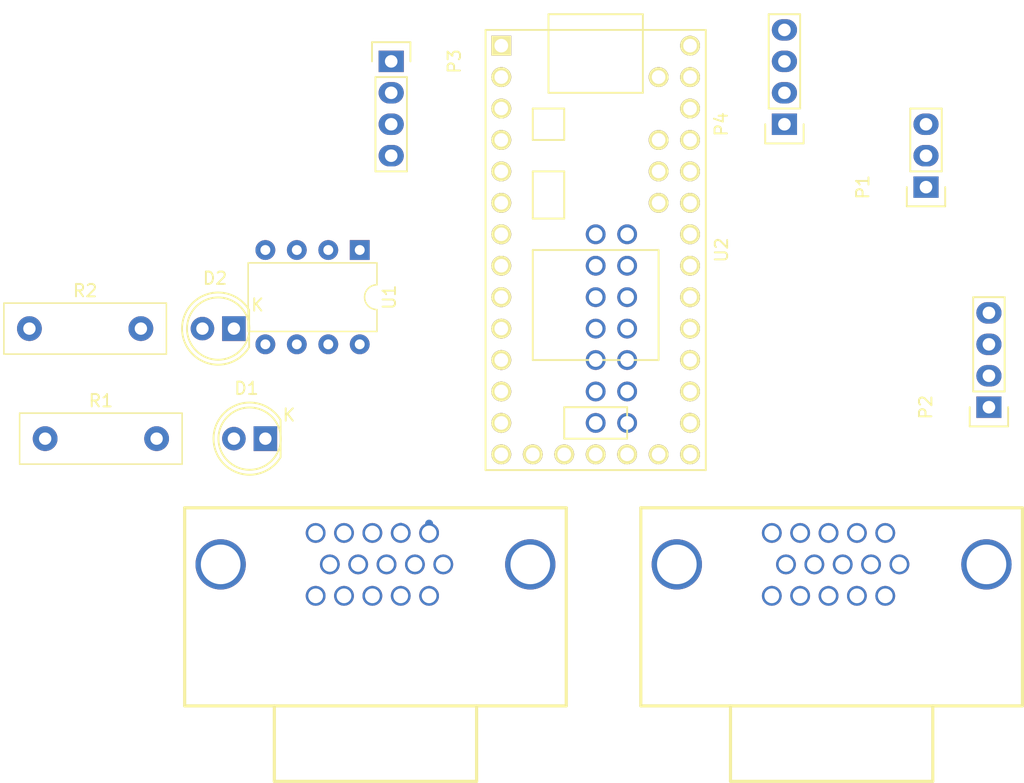
<source format=kicad_pcb>
(kicad_pcb (version 4) (host pcbnew 4.0.5)

  (general
    (links 49)
    (no_connects 49)
    (area 145.974999 81.206999 198.195001 168.983001)
    (thickness 1.6)
    (drawings 0)
    (tracks 4)
    (zones 0)
    (modules 12)
    (nets 68)
  )

  (page A4)
  (layers
    (0 F.Cu signal)
    (31 B.Cu signal)
    (32 B.Adhes user)
    (33 F.Adhes user)
    (34 B.Paste user)
    (35 F.Paste user)
    (36 B.SilkS user)
    (37 F.SilkS user)
    (38 B.Mask user)
    (39 F.Mask user)
    (40 Dwgs.User user)
    (41 Cmts.User user)
    (42 Eco1.User user)
    (43 Eco2.User user)
    (44 Edge.Cuts user)
    (45 Margin user)
    (46 B.CrtYd user)
    (47 F.CrtYd user)
    (48 B.Fab user)
    (49 F.Fab user)
  )

  (setup
    (last_trace_width 0.65)
    (trace_clearance 0.2)
    (zone_clearance 0.508)
    (zone_45_only no)
    (trace_min 0.2)
    (segment_width 0.2)
    (edge_width 0.15)
    (via_size 1)
    (via_drill 0.6)
    (via_min_size 0.4)
    (via_min_drill 0.3)
    (uvia_size 0.3)
    (uvia_drill 0.1)
    (uvias_allowed no)
    (uvia_min_size 0.2)
    (uvia_min_drill 0.1)
    (pcb_text_width 0.3)
    (pcb_text_size 1.5 1.5)
    (mod_edge_width 0.15)
    (mod_text_size 1 1)
    (mod_text_width 0.15)
    (pad_size 1.524 1.524)
    (pad_drill 0.762)
    (pad_to_mask_clearance 0.2)
    (aux_axis_origin 0 0)
    (visible_elements FFFFFF7F)
    (pcbplotparams
      (layerselection 0x01030_80000001)
      (usegerberextensions false)
      (excludeedgelayer true)
      (linewidth 0.100000)
      (plotframeref false)
      (viasonmask false)
      (mode 1)
      (useauxorigin false)
      (hpglpennumber 1)
      (hpglpenspeed 20)
      (hpglpendiameter 15)
      (hpglpenoverlay 2)
      (psnegative false)
      (psa4output false)
      (plotreference true)
      (plotvalue true)
      (plotinvisibletext false)
      (padsonsilk false)
      (subtractmaskfromsilk false)
      (outputformat 1)
      (mirror false)
      (drillshape 0)
      (scaleselection 1)
      (outputdirectory Gerber/))
  )

  (net 0 "")
  (net 1 GND)
  (net 2 "Net-(D1-Pad2)")
  (net 3 "Net-(D2-Pad2)")
  (net 4 "Net-(J1-Pad0)")
  (net 5 +12V)
  (net 6 +5V)
  (net 7 "Net-(J1-Pad11)")
  (net 8 "Net-(J1-Pad5)")
  (net 9 "Net-(J1-Pad4)")
  (net 10 "Net-(J1-Pad3)")
  (net 11 /CANH)
  (net 12 /CANL)
  (net 13 "Net-(J2-Pad0)")
  (net 14 "Net-(J2-Pad11)")
  (net 15 "Net-(J2-Pad5)")
  (net 16 "Net-(J2-Pad4)")
  (net 17 "Net-(J2-Pad3)")
  (net 18 /DIN)
  (net 19 /0A)
  (net 20 /0B)
  (net 21 /1A)
  (net 22 /1B)
  (net 23 /CAN_Tx)
  (net 24 "Net-(U1-Pad5)")
  (net 25 /CAN_Rx)
  (net 26 "Net-(U2-Pad17)")
  (net 27 "Net-(U2-Pad18)")
  (net 28 "Net-(U2-Pad19)")
  (net 29 "Net-(U2-Pad20)")
  (net 30 "Net-(U2-Pad16)")
  (net 31 "Net-(U2-Pad15)")
  (net 32 "Net-(U2-Pad21)")
  (net 33 "Net-(U2-Pad22)")
  (net 34 "Net-(U2-Pad23)")
  (net 35 "Net-(U2-Pad24)")
  (net 36 "Net-(U2-Pad27)")
  (net 37 "Net-(U2-Pad28)")
  (net 38 "Net-(U2-Pad29)")
  (net 39 "Net-(U2-Pad30)")
  (net 40 "Net-(U2-Pad31)")
  (net 41 "Net-(U2-Pad32)")
  (net 42 "Net-(U2-Pad34)")
  (net 43 "Net-(U2-Pad35)")
  (net 44 "Net-(U2-Pad36)")
  (net 45 "Net-(U2-Pad37)")
  (net 46 "Net-(U2-Pad13)")
  (net 47 "Net-(U2-Pad12)")
  (net 48 "Net-(R2-Pad1)")
  (net 49 "Net-(U2-Pad10)")
  (net 50 "Net-(U2-Pad9)")
  (net 51 "Net-(R1-Pad1)")
  (net 52 "Net-(U2-Pad7)")
  (net 53 "Net-(U2-Pad4)")
  (net 54 "Net-(U2-Pad38)")
  (net 55 "Net-(U2-Pad39)")
  (net 56 "Net-(U2-Pad40)")
  (net 57 "Net-(U2-Pad41)")
  (net 58 "Net-(U2-Pad42)")
  (net 59 "Net-(U2-Pad43)")
  (net 60 "Net-(U2-Pad44)")
  (net 61 "Net-(U2-Pad45)")
  (net 62 "Net-(U2-Pad46)")
  (net 63 "Net-(U2-Pad47)")
  (net 64 "Net-(U2-Pad48)")
  (net 65 "Net-(U2-Pad49)")
  (net 66 "Net-(U2-Pad50)")
  (net 67 "Net-(U2-Pad51)")

  (net_class Default "This is the default net class."
    (clearance 0.2)
    (trace_width 0.65)
    (via_dia 1)
    (via_drill 0.6)
    (uvia_dia 0.3)
    (uvia_drill 0.1)
    (add_net /0A)
    (add_net /0B)
    (add_net /1A)
    (add_net /1B)
    (add_net /CANH)
    (add_net /CANL)
    (add_net /CAN_Rx)
    (add_net /CAN_Tx)
    (add_net /DIN)
    (add_net "Net-(D1-Pad2)")
    (add_net "Net-(D2-Pad2)")
    (add_net "Net-(J1-Pad0)")
    (add_net "Net-(J1-Pad11)")
    (add_net "Net-(J1-Pad3)")
    (add_net "Net-(J1-Pad4)")
    (add_net "Net-(J1-Pad5)")
    (add_net "Net-(J2-Pad0)")
    (add_net "Net-(J2-Pad11)")
    (add_net "Net-(J2-Pad3)")
    (add_net "Net-(J2-Pad4)")
    (add_net "Net-(J2-Pad5)")
    (add_net "Net-(R1-Pad1)")
    (add_net "Net-(R2-Pad1)")
    (add_net "Net-(U1-Pad5)")
    (add_net "Net-(U2-Pad10)")
    (add_net "Net-(U2-Pad12)")
    (add_net "Net-(U2-Pad13)")
    (add_net "Net-(U2-Pad15)")
    (add_net "Net-(U2-Pad16)")
    (add_net "Net-(U2-Pad17)")
    (add_net "Net-(U2-Pad18)")
    (add_net "Net-(U2-Pad19)")
    (add_net "Net-(U2-Pad20)")
    (add_net "Net-(U2-Pad21)")
    (add_net "Net-(U2-Pad22)")
    (add_net "Net-(U2-Pad23)")
    (add_net "Net-(U2-Pad24)")
    (add_net "Net-(U2-Pad27)")
    (add_net "Net-(U2-Pad28)")
    (add_net "Net-(U2-Pad29)")
    (add_net "Net-(U2-Pad30)")
    (add_net "Net-(U2-Pad31)")
    (add_net "Net-(U2-Pad32)")
    (add_net "Net-(U2-Pad34)")
    (add_net "Net-(U2-Pad35)")
    (add_net "Net-(U2-Pad36)")
    (add_net "Net-(U2-Pad37)")
    (add_net "Net-(U2-Pad38)")
    (add_net "Net-(U2-Pad39)")
    (add_net "Net-(U2-Pad4)")
    (add_net "Net-(U2-Pad40)")
    (add_net "Net-(U2-Pad41)")
    (add_net "Net-(U2-Pad42)")
    (add_net "Net-(U2-Pad43)")
    (add_net "Net-(U2-Pad44)")
    (add_net "Net-(U2-Pad45)")
    (add_net "Net-(U2-Pad46)")
    (add_net "Net-(U2-Pad47)")
    (add_net "Net-(U2-Pad48)")
    (add_net "Net-(U2-Pad49)")
    (add_net "Net-(U2-Pad50)")
    (add_net "Net-(U2-Pad51)")
    (add_net "Net-(U2-Pad7)")
    (add_net "Net-(U2-Pad9)")
  )

  (net_class Power ""
    (clearance 0.2)
    (trace_width 1)
    (via_dia 1)
    (via_drill 0.6)
    (uvia_dia 0.3)
    (uvia_drill 0.1)
    (add_net +12V)
    (add_net +5V)
    (add_net GND)
  )

  (module conn-db15-SPC15430:conn_SPC15430 (layer F.Cu) (tedit 0) (tstamp 587A6F3F)
    (at 171.45 151.13 180)
    (path /5872B2DD)
    (fp_text reference J1 (at -8.6487 -6.9088 180) (layer F.SilkS) hide
      (effects (font (size 0.59944 0.59944) (thickness 0.0508)))
    )
    (fp_text value DB15_HighDensity_MountingHoles (at 6.858 -6.7945 180) (layer F.SilkS) hide
      (effects (font (size 0.59944 0.59944) (thickness 0.0508)))
    )
    (fp_line (start -8.1661 -17.526) (end -8.1661 -11.43) (layer F.SilkS) (width 0.254))
    (fp_line (start -8.1661 -17.526) (end 8.1661 -17.526) (layer F.SilkS) (width 0.254))
    (fp_line (start 8.1661 -17.526) (end 8.1661 -11.43) (layer F.SilkS) (width 0.254))
    (fp_line (start -15.4051 -11.43) (end 15.4051 -11.43) (layer F.SilkS) (width 0.254))
    (fp_line (start 15.4051 -11.43) (end 15.4051 4.572) (layer F.SilkS) (width 0.254))
    (fp_line (start 15.4051 4.572) (end -15.4051 4.572) (layer F.SilkS) (width 0.254))
    (fp_line (start -15.4051 -11.43) (end -15.4051 4.572) (layer F.SilkS) (width 0.254))
    (pad 0 thru_hole circle (at -12.49934 0 180) (size 4.064 4.064) (drill 3.2004) (layers *.Cu *.Mask)
      (net 4 "Net-(J1-Pad0)"))
    (pad 0 thru_hole circle (at 12.49934 0 180) (size 4.064 4.064) (drill 3.2004) (layers *.Cu *.Mask)
      (net 4 "Net-(J1-Pad0)"))
    (pad 15 thru_hole circle (at 4.83 -2.54 180) (size 1.6002 1.6002) (drill 1.19126) (layers *.Cu *.Mask)
      (net 5 +12V))
    (pad 10 thru_hole circle (at 3.685 0 180) (size 1.6002 1.6002) (drill 1.19126) (layers *.Cu *.Mask)
      (net 1 GND))
    (pad 14 thru_hole circle (at 2.54 -2.54 180) (size 1.6002 1.6002) (drill 1.19126) (layers *.Cu *.Mask)
      (net 5 +12V))
    (pad 13 thru_hole circle (at 0.25 -2.54 180) (size 1.6002 1.6002) (drill 1.19126) (layers *.Cu *.Mask)
      (net 6 +5V))
    (pad 12 thru_hole circle (at -2.04 -2.54 180) (size 1.6002 1.6002) (drill 1.19126) (layers *.Cu *.Mask)
      (net 6 +5V))
    (pad 11 thru_hole circle (at -4.33 -2.54 180) (size 1.6002 1.6002) (drill 1.19126) (layers *.Cu *.Mask)
      (net 7 "Net-(J1-Pad11)"))
    (pad 9 thru_hole circle (at 1.395 0 180) (size 1.6002 1.6002) (drill 1.19126) (layers *.Cu *.Mask)
      (net 1 GND))
    (pad 8 thru_hole circle (at -0.895 0 180) (size 1.6002 1.6002) (drill 1.19126) (layers *.Cu *.Mask)
      (net 1 GND))
    (pad 7 thru_hole circle (at -3.185 0 180) (size 1.6002 1.6002) (drill 1.19126) (layers *.Cu *.Mask)
      (net 1 GND))
    (pad 6 thru_hole circle (at -5.475 0 180) (size 1.6002 1.6002) (drill 1.2) (layers *.Cu *.Mask)
      (net 1 GND))
    (pad 5 thru_hole circle (at 4.83 2.54 180) (size 1.6002 1.6002) (drill 1.19126) (layers *.Cu *.Mask)
      (net 8 "Net-(J1-Pad5)"))
    (pad 4 thru_hole circle (at 2.54 2.54 180) (size 1.6002 1.6002) (drill 1.19126) (layers *.Cu *.Mask)
      (net 9 "Net-(J1-Pad4)"))
    (pad 3 thru_hole circle (at 0.25 2.54 180) (size 1.6002 1.6002) (drill 1.19126) (layers *.Cu *.Mask)
      (net 10 "Net-(J1-Pad3)"))
    (pad 2 thru_hole circle (at -2.04 2.54 180) (size 1.6002 1.6002) (drill 1.19126) (layers *.Cu *.Mask)
      (net 12 /CANL))
    (pad 1 thru_hole circle (at -4.33 2.54 180) (size 1.6002 1.6002) (drill 1.19126) (layers *.Cu *.Mask)
      (net 11 /CANH))
    (model conn_spc15430.wrl
      (at (xyz 0 0 0))
      (scale (xyz 1 1 1))
      (rotate (xyz 0 0 0))
    )
  )

  (module LEDs:LED-5MM (layer F.Cu) (tedit 5570F7EA) (tstamp 587A6F24)
    (at 162.56 140.97 180)
    (descr "LED 5mm round vertical")
    (tags "LED 5mm round vertical")
    (path /5872B42E)
    (fp_text reference D1 (at 1.524 4.064 180) (layer F.SilkS)
      (effects (font (size 1 1) (thickness 0.15)))
    )
    (fp_text value LED (at 1.524 -3.937 180) (layer F.Fab)
      (effects (font (size 1 1) (thickness 0.15)))
    )
    (fp_line (start -1.5 -1.55) (end -1.5 1.55) (layer F.CrtYd) (width 0.05))
    (fp_arc (start 1.3 0) (end -1.5 1.55) (angle -302) (layer F.CrtYd) (width 0.05))
    (fp_arc (start 1.27 0) (end -1.23 -1.5) (angle 297.5) (layer F.SilkS) (width 0.15))
    (fp_line (start -1.23 1.5) (end -1.23 -1.5) (layer F.SilkS) (width 0.15))
    (fp_circle (center 1.27 0) (end 0.97 -2.5) (layer F.SilkS) (width 0.15))
    (fp_text user K (at -1.905 1.905 180) (layer F.SilkS)
      (effects (font (size 1 1) (thickness 0.15)))
    )
    (pad 1 thru_hole rect (at 0 0 270) (size 2 1.9) (drill 1.00076) (layers *.Cu *.Mask)
      (net 1 GND))
    (pad 2 thru_hole circle (at 2.54 0 180) (size 1.9 1.9) (drill 1.00076) (layers *.Cu *.Mask)
      (net 2 "Net-(D1-Pad2)"))
    (model LEDs.3dshapes/LED-5MM.wrl
      (at (xyz 0.05 0 0))
      (scale (xyz 1 1 1))
      (rotate (xyz 0 0 90))
    )
  )

  (module LEDs:LED-5MM (layer F.Cu) (tedit 5570F7EA) (tstamp 587A6F2A)
    (at 160.02 132.08 180)
    (descr "LED 5mm round vertical")
    (tags "LED 5mm round vertical")
    (path /5872BACA)
    (fp_text reference D2 (at 1.524 4.064 180) (layer F.SilkS)
      (effects (font (size 1 1) (thickness 0.15)))
    )
    (fp_text value LED (at 1.524 -3.937 180) (layer F.Fab)
      (effects (font (size 1 1) (thickness 0.15)))
    )
    (fp_line (start -1.5 -1.55) (end -1.5 1.55) (layer F.CrtYd) (width 0.05))
    (fp_arc (start 1.3 0) (end -1.5 1.55) (angle -302) (layer F.CrtYd) (width 0.05))
    (fp_arc (start 1.27 0) (end -1.23 -1.5) (angle 297.5) (layer F.SilkS) (width 0.15))
    (fp_line (start -1.23 1.5) (end -1.23 -1.5) (layer F.SilkS) (width 0.15))
    (fp_circle (center 1.27 0) (end 0.97 -2.5) (layer F.SilkS) (width 0.15))
    (fp_text user K (at -1.905 1.905 180) (layer F.SilkS)
      (effects (font (size 1 1) (thickness 0.15)))
    )
    (pad 1 thru_hole rect (at 0 0 270) (size 2 1.9) (drill 1.00076) (layers *.Cu *.Mask)
      (net 1 GND))
    (pad 2 thru_hole circle (at 2.54 0 180) (size 1.9 1.9) (drill 1.00076) (layers *.Cu *.Mask)
      (net 3 "Net-(D2-Pad2)"))
    (model LEDs.3dshapes/LED-5MM.wrl
      (at (xyz 0.05 0 0))
      (scale (xyz 1 1 1))
      (rotate (xyz 0 0 90))
    )
  )

  (module conn-db15-SPC15430:conn_SPC15430 (layer F.Cu) (tedit 0) (tstamp 587A6F54)
    (at 208.28 151.13 180)
    (path /5872D75A)
    (fp_text reference J2 (at -8.6487 -6.9088 180) (layer F.SilkS) hide
      (effects (font (size 0.59944 0.59944) (thickness 0.0508)))
    )
    (fp_text value DB15_HighDensity_MountingHoles (at 6.858 -6.7945 180) (layer F.SilkS) hide
      (effects (font (size 0.59944 0.59944) (thickness 0.0508)))
    )
    (fp_line (start -8.1661 -17.526) (end -8.1661 -11.43) (layer F.SilkS) (width 0.254))
    (fp_line (start -8.1661 -17.526) (end 8.1661 -17.526) (layer F.SilkS) (width 0.254))
    (fp_line (start 8.1661 -17.526) (end 8.1661 -11.43) (layer F.SilkS) (width 0.254))
    (fp_line (start -15.4051 -11.43) (end 15.4051 -11.43) (layer F.SilkS) (width 0.254))
    (fp_line (start 15.4051 -11.43) (end 15.4051 4.572) (layer F.SilkS) (width 0.254))
    (fp_line (start 15.4051 4.572) (end -15.4051 4.572) (layer F.SilkS) (width 0.254))
    (fp_line (start -15.4051 -11.43) (end -15.4051 4.572) (layer F.SilkS) (width 0.254))
    (pad 0 thru_hole circle (at -12.49934 0 180) (size 4.064 4.064) (drill 3.2004) (layers *.Cu *.Mask)
      (net 13 "Net-(J2-Pad0)"))
    (pad 0 thru_hole circle (at 12.49934 0 180) (size 4.064 4.064) (drill 3.2004) (layers *.Cu *.Mask)
      (net 13 "Net-(J2-Pad0)"))
    (pad 15 thru_hole circle (at 4.83 -2.54 180) (size 1.6002 1.6002) (drill 1.19126) (layers *.Cu *.Mask)
      (net 5 +12V))
    (pad 10 thru_hole circle (at 3.685 0 180) (size 1.6002 1.6002) (drill 1.19126) (layers *.Cu *.Mask)
      (net 1 GND))
    (pad 14 thru_hole circle (at 2.54 -2.54 180) (size 1.6002 1.6002) (drill 1.19126) (layers *.Cu *.Mask)
      (net 5 +12V))
    (pad 13 thru_hole circle (at 0.25 -2.54 180) (size 1.6002 1.6002) (drill 1.19126) (layers *.Cu *.Mask)
      (net 6 +5V))
    (pad 12 thru_hole circle (at -2.04 -2.54 180) (size 1.6002 1.6002) (drill 1.19126) (layers *.Cu *.Mask)
      (net 6 +5V))
    (pad 11 thru_hole circle (at -4.33 -2.54 180) (size 1.6002 1.6002) (drill 1.19126) (layers *.Cu *.Mask)
      (net 14 "Net-(J2-Pad11)"))
    (pad 9 thru_hole circle (at 1.395 0 180) (size 1.6002 1.6002) (drill 1.19126) (layers *.Cu *.Mask)
      (net 1 GND))
    (pad 8 thru_hole circle (at -0.895 0 180) (size 1.6002 1.6002) (drill 1.19126) (layers *.Cu *.Mask)
      (net 1 GND))
    (pad 7 thru_hole circle (at -3.185 0 180) (size 1.6002 1.6002) (drill 1.19126) (layers *.Cu *.Mask)
      (net 1 GND))
    (pad 6 thru_hole circle (at -5.475 0 180) (size 1.6002 1.6002) (drill 1.2) (layers *.Cu *.Mask)
      (net 1 GND))
    (pad 5 thru_hole circle (at 4.83 2.54 180) (size 1.6002 1.6002) (drill 1.19126) (layers *.Cu *.Mask)
      (net 15 "Net-(J2-Pad5)"))
    (pad 4 thru_hole circle (at 2.54 2.54 180) (size 1.6002 1.6002) (drill 1.19126) (layers *.Cu *.Mask)
      (net 16 "Net-(J2-Pad4)"))
    (pad 3 thru_hole circle (at 0.25 2.54 180) (size 1.6002 1.6002) (drill 1.19126) (layers *.Cu *.Mask)
      (net 17 "Net-(J2-Pad3)"))
    (pad 2 thru_hole circle (at -2.04 2.54 180) (size 1.6002 1.6002) (drill 1.19126) (layers *.Cu *.Mask)
      (net 11 /CANH))
    (pad 1 thru_hole circle (at -4.33 2.54 180) (size 1.6002 1.6002) (drill 1.19126) (layers *.Cu *.Mask)
      (net 12 /CANL))
    (model conn_spc15430.wrl
      (at (xyz 0 0 0))
      (scale (xyz 1 1 1))
      (rotate (xyz 0 0 0))
    )
  )

  (module Socket_Strips:Socket_Strip_Straight_1x03 (layer F.Cu) (tedit 54E9F429) (tstamp 587A6F5B)
    (at 215.9 120.65 90)
    (descr "Through hole socket strip")
    (tags "socket strip")
    (path /58798A7D)
    (fp_text reference P1 (at 0 -5.1 90) (layer F.SilkS)
      (effects (font (size 1 1) (thickness 0.15)))
    )
    (fp_text value CONN_01X03 (at 0 -3.1 90) (layer F.Fab)
      (effects (font (size 1 1) (thickness 0.15)))
    )
    (fp_line (start 0 -1.55) (end -1.55 -1.55) (layer F.SilkS) (width 0.15))
    (fp_line (start -1.55 -1.55) (end -1.55 1.55) (layer F.SilkS) (width 0.15))
    (fp_line (start -1.55 1.55) (end 0 1.55) (layer F.SilkS) (width 0.15))
    (fp_line (start -1.75 -1.75) (end -1.75 1.75) (layer F.CrtYd) (width 0.05))
    (fp_line (start 6.85 -1.75) (end 6.85 1.75) (layer F.CrtYd) (width 0.05))
    (fp_line (start -1.75 -1.75) (end 6.85 -1.75) (layer F.CrtYd) (width 0.05))
    (fp_line (start -1.75 1.75) (end 6.85 1.75) (layer F.CrtYd) (width 0.05))
    (fp_line (start 1.27 -1.27) (end 6.35 -1.27) (layer F.SilkS) (width 0.15))
    (fp_line (start 6.35 -1.27) (end 6.35 1.27) (layer F.SilkS) (width 0.15))
    (fp_line (start 6.35 1.27) (end 1.27 1.27) (layer F.SilkS) (width 0.15))
    (fp_line (start 1.27 1.27) (end 1.27 -1.27) (layer F.SilkS) (width 0.15))
    (pad 1 thru_hole rect (at 0 0 90) (size 1.7272 2.032) (drill 1.016) (layers *.Cu *.Mask)
      (net 1 GND))
    (pad 2 thru_hole oval (at 2.54 0 90) (size 1.7272 2.032) (drill 1.016) (layers *.Cu *.Mask)
      (net 18 /DIN))
    (pad 3 thru_hole oval (at 5.08 0 90) (size 1.7272 2.032) (drill 1.016) (layers *.Cu *.Mask)
      (net 6 +5V))
    (model Socket_Strips.3dshapes/Socket_Strip_Straight_1x03.wrl
      (at (xyz 0.1 0 0))
      (scale (xyz 1 1 1))
      (rotate (xyz 0 0 180))
    )
  )

  (module Socket_Strips:Socket_Strip_Straight_1x04 (layer F.Cu) (tedit 0) (tstamp 587A6F63)
    (at 220.98 138.43 90)
    (descr "Through hole socket strip")
    (tags "socket strip")
    (path /587A8A18)
    (fp_text reference P2 (at 0 -5.1 90) (layer F.SilkS)
      (effects (font (size 1 1) (thickness 0.15)))
    )
    (fp_text value CONN_01X04 (at 0 -3.1 90) (layer F.Fab)
      (effects (font (size 1 1) (thickness 0.15)))
    )
    (fp_line (start -1.75 -1.75) (end -1.75 1.75) (layer F.CrtYd) (width 0.05))
    (fp_line (start 9.4 -1.75) (end 9.4 1.75) (layer F.CrtYd) (width 0.05))
    (fp_line (start -1.75 -1.75) (end 9.4 -1.75) (layer F.CrtYd) (width 0.05))
    (fp_line (start -1.75 1.75) (end 9.4 1.75) (layer F.CrtYd) (width 0.05))
    (fp_line (start 1.27 -1.27) (end 8.89 -1.27) (layer F.SilkS) (width 0.15))
    (fp_line (start 1.27 1.27) (end 8.89 1.27) (layer F.SilkS) (width 0.15))
    (fp_line (start -1.55 1.55) (end 0 1.55) (layer F.SilkS) (width 0.15))
    (fp_line (start 8.89 -1.27) (end 8.89 1.27) (layer F.SilkS) (width 0.15))
    (fp_line (start 1.27 1.27) (end 1.27 -1.27) (layer F.SilkS) (width 0.15))
    (fp_line (start 0 -1.55) (end -1.55 -1.55) (layer F.SilkS) (width 0.15))
    (fp_line (start -1.55 -1.55) (end -1.55 1.55) (layer F.SilkS) (width 0.15))
    (pad 1 thru_hole rect (at 0 0 90) (size 1.7272 2.032) (drill 1.016) (layers *.Cu *.Mask)
      (net 5 +12V))
    (pad 2 thru_hole oval (at 2.54 0 90) (size 1.7272 2.032) (drill 1.016) (layers *.Cu *.Mask)
      (net 1 GND))
    (pad 3 thru_hole oval (at 5.08 0 90) (size 1.7272 2.032) (drill 1.016) (layers *.Cu *.Mask)
      (net 1 GND))
    (pad 4 thru_hole oval (at 7.62 0 90) (size 1.7272 2.032) (drill 1.016) (layers *.Cu *.Mask)
      (net 6 +5V))
    (model Socket_Strips.3dshapes/Socket_Strip_Straight_1x04.wrl
      (at (xyz 0.15 0 0))
      (scale (xyz 1 1 1))
      (rotate (xyz 0 0 180))
    )
  )

  (module Socket_Strips:Socket_Strip_Straight_1x04 (layer F.Cu) (tedit 0) (tstamp 587A6F6B)
    (at 172.72 110.49 270)
    (descr "Through hole socket strip")
    (tags "socket strip")
    (path /587A6865)
    (fp_text reference P3 (at 0 -5.1 270) (layer F.SilkS)
      (effects (font (size 1 1) (thickness 0.15)))
    )
    (fp_text value CONN_01X04 (at 0 -3.1 270) (layer F.Fab)
      (effects (font (size 1 1) (thickness 0.15)))
    )
    (fp_line (start -1.75 -1.75) (end -1.75 1.75) (layer F.CrtYd) (width 0.05))
    (fp_line (start 9.4 -1.75) (end 9.4 1.75) (layer F.CrtYd) (width 0.05))
    (fp_line (start -1.75 -1.75) (end 9.4 -1.75) (layer F.CrtYd) (width 0.05))
    (fp_line (start -1.75 1.75) (end 9.4 1.75) (layer F.CrtYd) (width 0.05))
    (fp_line (start 1.27 -1.27) (end 8.89 -1.27) (layer F.SilkS) (width 0.15))
    (fp_line (start 1.27 1.27) (end 8.89 1.27) (layer F.SilkS) (width 0.15))
    (fp_line (start -1.55 1.55) (end 0 1.55) (layer F.SilkS) (width 0.15))
    (fp_line (start 8.89 -1.27) (end 8.89 1.27) (layer F.SilkS) (width 0.15))
    (fp_line (start 1.27 1.27) (end 1.27 -1.27) (layer F.SilkS) (width 0.15))
    (fp_line (start 0 -1.55) (end -1.55 -1.55) (layer F.SilkS) (width 0.15))
    (fp_line (start -1.55 -1.55) (end -1.55 1.55) (layer F.SilkS) (width 0.15))
    (pad 1 thru_hole rect (at 0 0 270) (size 1.7272 2.032) (drill 1.016) (layers *.Cu *.Mask)
      (net 20 /0B))
    (pad 2 thru_hole oval (at 2.54 0 270) (size 1.7272 2.032) (drill 1.016) (layers *.Cu *.Mask)
      (net 19 /0A))
    (pad 3 thru_hole oval (at 5.08 0 270) (size 1.7272 2.032) (drill 1.016) (layers *.Cu *.Mask)
      (net 1 GND))
    (pad 4 thru_hole oval (at 7.62 0 270) (size 1.7272 2.032) (drill 1.016) (layers *.Cu *.Mask)
      (net 6 +5V))
    (model Socket_Strips.3dshapes/Socket_Strip_Straight_1x04.wrl
      (at (xyz 0.15 0 0))
      (scale (xyz 1 1 1))
      (rotate (xyz 0 0 180))
    )
  )

  (module Socket_Strips:Socket_Strip_Straight_1x04 (layer F.Cu) (tedit 0) (tstamp 587A6F73)
    (at 204.47 115.57 90)
    (descr "Through hole socket strip")
    (tags "socket strip")
    (path /587A695F)
    (fp_text reference P4 (at 0 -5.1 90) (layer F.SilkS)
      (effects (font (size 1 1) (thickness 0.15)))
    )
    (fp_text value CONN_01X04 (at 0 -3.1 90) (layer F.Fab)
      (effects (font (size 1 1) (thickness 0.15)))
    )
    (fp_line (start -1.75 -1.75) (end -1.75 1.75) (layer F.CrtYd) (width 0.05))
    (fp_line (start 9.4 -1.75) (end 9.4 1.75) (layer F.CrtYd) (width 0.05))
    (fp_line (start -1.75 -1.75) (end 9.4 -1.75) (layer F.CrtYd) (width 0.05))
    (fp_line (start -1.75 1.75) (end 9.4 1.75) (layer F.CrtYd) (width 0.05))
    (fp_line (start 1.27 -1.27) (end 8.89 -1.27) (layer F.SilkS) (width 0.15))
    (fp_line (start 1.27 1.27) (end 8.89 1.27) (layer F.SilkS) (width 0.15))
    (fp_line (start -1.55 1.55) (end 0 1.55) (layer F.SilkS) (width 0.15))
    (fp_line (start 8.89 -1.27) (end 8.89 1.27) (layer F.SilkS) (width 0.15))
    (fp_line (start 1.27 1.27) (end 1.27 -1.27) (layer F.SilkS) (width 0.15))
    (fp_line (start 0 -1.55) (end -1.55 -1.55) (layer F.SilkS) (width 0.15))
    (fp_line (start -1.55 -1.55) (end -1.55 1.55) (layer F.SilkS) (width 0.15))
    (pad 1 thru_hole rect (at 0 0 90) (size 1.7272 2.032) (drill 1.016) (layers *.Cu *.Mask)
      (net 21 /1A))
    (pad 2 thru_hole oval (at 2.54 0 90) (size 1.7272 2.032) (drill 1.016) (layers *.Cu *.Mask)
      (net 22 /1B))
    (pad 3 thru_hole oval (at 5.08 0 90) (size 1.7272 2.032) (drill 1.016) (layers *.Cu *.Mask)
      (net 1 GND))
    (pad 4 thru_hole oval (at 7.62 0 90) (size 1.7272 2.032) (drill 1.016) (layers *.Cu *.Mask)
      (net 6 +5V))
    (model Socket_Strips.3dshapes/Socket_Strip_Straight_1x04.wrl
      (at (xyz 0.15 0 0))
      (scale (xyz 1 1 1))
      (rotate (xyz 0 0 180))
    )
  )

  (module Housings_DIP:DIP-8_W7.62mm (layer F.Cu) (tedit 586281B4) (tstamp 587A6F7F)
    (at 170.18 125.73 270)
    (descr "8-lead dip package, row spacing 7.62 mm (300 mils)")
    (tags "DIL DIP PDIP 2.54mm 7.62mm 300mil")
    (path /5872AEBC)
    (fp_text reference U1 (at 3.81 -2.39 270) (layer F.SilkS)
      (effects (font (size 1 1) (thickness 0.15)))
    )
    (fp_text value MCP2551-I/P (at 3.81 10.01 270) (layer F.Fab)
      (effects (font (size 1 1) (thickness 0.15)))
    )
    (fp_arc (start 3.81 -1.39) (end 2.81 -1.39) (angle -180) (layer F.SilkS) (width 0.12))
    (fp_line (start 1.635 -1.27) (end 6.985 -1.27) (layer F.Fab) (width 0.1))
    (fp_line (start 6.985 -1.27) (end 6.985 8.89) (layer F.Fab) (width 0.1))
    (fp_line (start 6.985 8.89) (end 0.635 8.89) (layer F.Fab) (width 0.1))
    (fp_line (start 0.635 8.89) (end 0.635 -0.27) (layer F.Fab) (width 0.1))
    (fp_line (start 0.635 -0.27) (end 1.635 -1.27) (layer F.Fab) (width 0.1))
    (fp_line (start 2.81 -1.39) (end 1.04 -1.39) (layer F.SilkS) (width 0.12))
    (fp_line (start 1.04 -1.39) (end 1.04 9.01) (layer F.SilkS) (width 0.12))
    (fp_line (start 1.04 9.01) (end 6.58 9.01) (layer F.SilkS) (width 0.12))
    (fp_line (start 6.58 9.01) (end 6.58 -1.39) (layer F.SilkS) (width 0.12))
    (fp_line (start 6.58 -1.39) (end 4.81 -1.39) (layer F.SilkS) (width 0.12))
    (fp_line (start -1.1 -1.6) (end -1.1 9.2) (layer F.CrtYd) (width 0.05))
    (fp_line (start -1.1 9.2) (end 8.7 9.2) (layer F.CrtYd) (width 0.05))
    (fp_line (start 8.7 9.2) (end 8.7 -1.6) (layer F.CrtYd) (width 0.05))
    (fp_line (start 8.7 -1.6) (end -1.1 -1.6) (layer F.CrtYd) (width 0.05))
    (pad 1 thru_hole rect (at 0 0 270) (size 1.6 1.6) (drill 0.8) (layers *.Cu *.Mask)
      (net 23 /CAN_Tx))
    (pad 5 thru_hole oval (at 7.62 7.62 270) (size 1.6 1.6) (drill 0.8) (layers *.Cu *.Mask)
      (net 24 "Net-(U1-Pad5)"))
    (pad 2 thru_hole oval (at 0 2.54 270) (size 1.6 1.6) (drill 0.8) (layers *.Cu *.Mask)
      (net 1 GND))
    (pad 6 thru_hole oval (at 7.62 5.08 270) (size 1.6 1.6) (drill 0.8) (layers *.Cu *.Mask)
      (net 12 /CANL))
    (pad 3 thru_hole oval (at 0 5.08 270) (size 1.6 1.6) (drill 0.8) (layers *.Cu *.Mask)
      (net 6 +5V))
    (pad 7 thru_hole oval (at 7.62 2.54 270) (size 1.6 1.6) (drill 0.8) (layers *.Cu *.Mask)
      (net 11 /CANH))
    (pad 4 thru_hole oval (at 0 7.62 270) (size 1.6 1.6) (drill 0.8) (layers *.Cu *.Mask)
      (net 25 /CAN_Rx))
    (pad 8 thru_hole oval (at 7.62 0 270) (size 1.6 1.6) (drill 0.8) (layers *.Cu *.Mask)
      (net 1 GND))
    (model Housings_DIP.3dshapes/DIP-8_W7.62mm.wrl
      (at (xyz 0 0 0))
      (scale (xyz 1 1 1))
      (rotate (xyz 0 0 0))
    )
  )

  (module Teensy:Teensy30_31_32_LC (layer F.Cu) (tedit 581B9EAD) (tstamp 587A6FB6)
    (at 189.23 125.73 270)
    (path /5872AF2C)
    (fp_text reference U2 (at 0 -10.16 270) (layer F.SilkS)
      (effects (font (size 1 1) (thickness 0.15)))
    )
    (fp_text value Teensy3.2 (at 0 10.16 270) (layer F.Fab)
      (effects (font (size 1 1) (thickness 0.15)))
    )
    (fp_line (start -17.78 3.81) (end -19.05 3.81) (layer F.SilkS) (width 0.15))
    (fp_line (start -19.05 3.81) (end -19.05 -3.81) (layer F.SilkS) (width 0.15))
    (fp_line (start -19.05 -3.81) (end -17.78 -3.81) (layer F.SilkS) (width 0.15))
    (fp_line (start -6.35 5.08) (end -2.54 5.08) (layer F.SilkS) (width 0.15))
    (fp_line (start -2.54 5.08) (end -2.54 2.54) (layer F.SilkS) (width 0.15))
    (fp_line (start -2.54 2.54) (end -6.35 2.54) (layer F.SilkS) (width 0.15))
    (fp_line (start -6.35 2.54) (end -6.35 5.08) (layer F.SilkS) (width 0.15))
    (fp_line (start -12.7 3.81) (end -12.7 -3.81) (layer F.SilkS) (width 0.15))
    (fp_line (start -12.7 -3.81) (end -17.78 -3.81) (layer F.SilkS) (width 0.15))
    (fp_line (start -12.7 3.81) (end -17.78 3.81) (layer F.SilkS) (width 0.15))
    (fp_line (start -11.43 5.08) (end -8.89 5.08) (layer F.SilkS) (width 0.15))
    (fp_line (start -8.89 5.08) (end -8.89 2.54) (layer F.SilkS) (width 0.15))
    (fp_line (start -8.89 2.54) (end -11.43 2.54) (layer F.SilkS) (width 0.15))
    (fp_line (start -11.43 2.54) (end -11.43 5.08) (layer F.SilkS) (width 0.15))
    (fp_line (start 15.24 -2.54) (end 15.24 2.54) (layer F.SilkS) (width 0.15))
    (fp_line (start 15.24 2.54) (end 12.7 2.54) (layer F.SilkS) (width 0.15))
    (fp_line (start 12.7 2.54) (end 12.7 -2.54) (layer F.SilkS) (width 0.15))
    (fp_line (start 12.7 -2.54) (end 15.24 -2.54) (layer F.SilkS) (width 0.15))
    (fp_line (start 8.89 5.08) (end 8.89 -5.08) (layer F.SilkS) (width 0.15))
    (fp_line (start 0 -5.08) (end 0 5.08) (layer F.SilkS) (width 0.15))
    (fp_line (start 8.89 -5.08) (end 0 -5.08) (layer F.SilkS) (width 0.15))
    (fp_line (start 8.89 5.08) (end 0 5.08) (layer F.SilkS) (width 0.15))
    (fp_line (start -17.78 -8.89) (end 17.78 -8.89) (layer F.SilkS) (width 0.15))
    (fp_line (start 17.78 -8.89) (end 17.78 8.89) (layer F.SilkS) (width 0.15))
    (fp_line (start 17.78 8.89) (end -17.78 8.89) (layer F.SilkS) (width 0.15))
    (fp_line (start -17.78 8.89) (end -17.78 -8.89) (layer F.SilkS) (width 0.15))
    (pad 17 thru_hole circle (at 16.51 0 270) (size 1.6 1.6) (drill 1.1) (layers *.Cu *.Mask F.SilkS)
      (net 26 "Net-(U2-Pad17)"))
    (pad 18 thru_hole circle (at 16.51 -2.54 270) (size 1.6 1.6) (drill 1.1) (layers *.Cu *.Mask F.SilkS)
      (net 27 "Net-(U2-Pad18)"))
    (pad 19 thru_hole circle (at 16.51 -5.08 270) (size 1.6 1.6) (drill 1.1) (layers *.Cu *.Mask F.SilkS)
      (net 28 "Net-(U2-Pad19)"))
    (pad 20 thru_hole circle (at 16.51 -7.62 270) (size 1.6 1.6) (drill 1.1) (layers *.Cu *.Mask F.SilkS)
      (net 29 "Net-(U2-Pad20)"))
    (pad 16 thru_hole circle (at 16.51 2.54 270) (size 1.6 1.6) (drill 1.1) (layers *.Cu *.Mask F.SilkS)
      (net 30 "Net-(U2-Pad16)"))
    (pad 15 thru_hole circle (at 16.51 5.08 270) (size 1.6 1.6) (drill 1.1) (layers *.Cu *.Mask F.SilkS)
      (net 31 "Net-(U2-Pad15)"))
    (pad 14 thru_hole circle (at 16.51 7.62 270) (size 1.6 1.6) (drill 1.1) (layers *.Cu *.Mask F.SilkS)
      (net 18 /DIN))
    (pad 21 thru_hole circle (at 13.97 -7.62 270) (size 1.6 1.6) (drill 1.1) (layers *.Cu *.Mask F.SilkS)
      (net 32 "Net-(U2-Pad21)"))
    (pad 22 thru_hole circle (at 11.43 -7.62 270) (size 1.6 1.6) (drill 1.1) (layers *.Cu *.Mask F.SilkS)
      (net 33 "Net-(U2-Pad22)"))
    (pad 23 thru_hole circle (at 8.89 -7.62 270) (size 1.6 1.6) (drill 1.1) (layers *.Cu *.Mask F.SilkS)
      (net 34 "Net-(U2-Pad23)"))
    (pad 24 thru_hole circle (at 6.35 -7.62 270) (size 1.6 1.6) (drill 1.1) (layers *.Cu *.Mask F.SilkS)
      (net 35 "Net-(U2-Pad24)"))
    (pad 25 thru_hole circle (at 3.81 -7.62 270) (size 1.6 1.6) (drill 1.1) (layers *.Cu *.Mask F.SilkS)
      (net 21 /1A))
    (pad 26 thru_hole circle (at 1.27 -7.62 270) (size 1.6 1.6) (drill 1.1) (layers *.Cu *.Mask F.SilkS)
      (net 22 /1B))
    (pad 27 thru_hole circle (at -1.27 -7.62 270) (size 1.6 1.6) (drill 1.1) (layers *.Cu *.Mask F.SilkS)
      (net 36 "Net-(U2-Pad27)"))
    (pad 28 thru_hole circle (at -3.81 -7.62 270) (size 1.6 1.6) (drill 1.1) (layers *.Cu *.Mask F.SilkS)
      (net 37 "Net-(U2-Pad28)"))
    (pad 29 thru_hole circle (at -6.35 -7.62 270) (size 1.6 1.6) (drill 1.1) (layers *.Cu *.Mask F.SilkS)
      (net 38 "Net-(U2-Pad29)"))
    (pad 30 thru_hole circle (at -8.89 -7.62 270) (size 1.6 1.6) (drill 1.1) (layers *.Cu *.Mask F.SilkS)
      (net 39 "Net-(U2-Pad30)"))
    (pad 31 thru_hole circle (at -11.43 -7.62 270) (size 1.6 1.6) (drill 1.1) (layers *.Cu *.Mask F.SilkS)
      (net 40 "Net-(U2-Pad31)"))
    (pad 32 thru_hole circle (at -13.97 -7.62 270) (size 1.6 1.6) (drill 1.1) (layers *.Cu *.Mask F.SilkS)
      (net 41 "Net-(U2-Pad32)"))
    (pad 33 thru_hole circle (at -16.51 -7.62 270) (size 1.6 1.6) (drill 1.1) (layers *.Cu *.Mask F.SilkS)
      (net 6 +5V))
    (pad 34 thru_hole circle (at -13.97 -5.08 270) (size 1.6 1.6) (drill 1.1) (layers *.Cu *.Mask F.SilkS)
      (net 42 "Net-(U2-Pad34)"))
    (pad 35 thru_hole circle (at -8.89 -5.08 270) (size 1.6 1.6) (drill 1.1) (layers *.Cu *.Mask F.SilkS)
      (net 43 "Net-(U2-Pad35)"))
    (pad 36 thru_hole circle (at -6.35 -5.08 270) (size 1.6 1.6) (drill 1.1) (layers *.Cu *.Mask F.SilkS)
      (net 44 "Net-(U2-Pad36)"))
    (pad 37 thru_hole circle (at -3.81 -5.08 270) (size 1.6 1.6) (drill 1.1) (layers *.Cu *.Mask F.SilkS)
      (net 45 "Net-(U2-Pad37)"))
    (pad 13 thru_hole circle (at 13.97 7.62 270) (size 1.6 1.6) (drill 1.1) (layers *.Cu *.Mask F.SilkS)
      (net 46 "Net-(U2-Pad13)"))
    (pad 12 thru_hole circle (at 11.43 7.62 270) (size 1.6 1.6) (drill 1.1) (layers *.Cu *.Mask F.SilkS)
      (net 47 "Net-(U2-Pad12)"))
    (pad 11 thru_hole circle (at 8.89 7.62 270) (size 1.6 1.6) (drill 1.1) (layers *.Cu *.Mask F.SilkS)
      (net 48 "Net-(R2-Pad1)"))
    (pad 10 thru_hole circle (at 6.35 7.62 270) (size 1.6 1.6) (drill 1.1) (layers *.Cu *.Mask F.SilkS)
      (net 49 "Net-(U2-Pad10)"))
    (pad 9 thru_hole circle (at 3.81 7.62 270) (size 1.6 1.6) (drill 1.1) (layers *.Cu *.Mask F.SilkS)
      (net 50 "Net-(U2-Pad9)"))
    (pad 8 thru_hole circle (at 1.27 7.62 270) (size 1.6 1.6) (drill 1.1) (layers *.Cu *.Mask F.SilkS)
      (net 51 "Net-(R1-Pad1)"))
    (pad 7 thru_hole circle (at -1.27 7.62 270) (size 1.6 1.6) (drill 1.1) (layers *.Cu *.Mask F.SilkS)
      (net 52 "Net-(U2-Pad7)"))
    (pad 6 thru_hole circle (at -3.81 7.62 270) (size 1.6 1.6) (drill 1.1) (layers *.Cu *.Mask F.SilkS)
      (net 25 /CAN_Rx))
    (pad 5 thru_hole circle (at -6.35 7.62 270) (size 1.6 1.6) (drill 1.1) (layers *.Cu *.Mask F.SilkS)
      (net 23 /CAN_Tx))
    (pad 4 thru_hole circle (at -8.89 7.62 270) (size 1.6 1.6) (drill 1.1) (layers *.Cu *.Mask F.SilkS)
      (net 53 "Net-(U2-Pad4)"))
    (pad 3 thru_hole circle (at -11.43 7.62 270) (size 1.6 1.6) (drill 1.1) (layers *.Cu *.Mask F.SilkS)
      (net 20 /0B))
    (pad 2 thru_hole circle (at -13.97 7.62 270) (size 1.6 1.6) (drill 1.1) (layers *.Cu *.Mask F.SilkS)
      (net 19 /0A))
    (pad 1 thru_hole rect (at -16.51 7.62 270) (size 1.6 1.6) (drill 1.1) (layers *.Cu *.Mask F.SilkS)
      (net 1 GND))
    (pad 38 thru_hole circle (at -1.27 0 270) (size 1.6 1.6) (drill 1.1) (layers *.Cu *.Mask)
      (net 54 "Net-(U2-Pad38)"))
    (pad 39 thru_hole circle (at 1.27 0 270) (size 1.6 1.6) (drill 1.1) (layers *.Cu *.Mask)
      (net 55 "Net-(U2-Pad39)"))
    (pad 40 thru_hole circle (at 3.81 0 270) (size 1.6 1.6) (drill 1.1) (layers *.Cu *.Mask)
      (net 56 "Net-(U2-Pad40)"))
    (pad 41 thru_hole circle (at 6.35 0 270) (size 1.6 1.6) (drill 1.1) (layers *.Cu *.Mask)
      (net 57 "Net-(U2-Pad41)"))
    (pad 42 thru_hole circle (at 8.89 0 270) (size 1.6 1.6) (drill 1.1) (layers *.Cu *.Mask)
      (net 58 "Net-(U2-Pad42)"))
    (pad 43 thru_hole circle (at 11.43 0 270) (size 1.6 1.6) (drill 1.1) (layers *.Cu *.Mask)
      (net 59 "Net-(U2-Pad43)"))
    (pad 44 thru_hole circle (at 13.97 0 270) (size 1.6 1.6) (drill 1.1) (layers *.Cu *.Mask)
      (net 60 "Net-(U2-Pad44)"))
    (pad 45 thru_hole circle (at 13.97 -2.54 270) (size 1.6 1.6) (drill 1.1) (layers *.Cu *.Mask)
      (net 61 "Net-(U2-Pad45)"))
    (pad 46 thru_hole circle (at 11.43 -2.54 270) (size 1.6 1.6) (drill 1.1) (layers *.Cu *.Mask)
      (net 62 "Net-(U2-Pad46)"))
    (pad 47 thru_hole circle (at 8.89 -2.54 270) (size 1.6 1.6) (drill 1.1) (layers *.Cu *.Mask)
      (net 63 "Net-(U2-Pad47)"))
    (pad 48 thru_hole circle (at 6.35 -2.54 270) (size 1.6 1.6) (drill 1.1) (layers *.Cu *.Mask)
      (net 64 "Net-(U2-Pad48)"))
    (pad 49 thru_hole circle (at 3.81 -2.54 270) (size 1.6 1.6) (drill 1.1) (layers *.Cu *.Mask)
      (net 65 "Net-(U2-Pad49)"))
    (pad 50 thru_hole circle (at 1.27 -2.54 270) (size 1.6 1.6) (drill 1.1) (layers *.Cu *.Mask)
      (net 66 "Net-(U2-Pad50)"))
    (pad 51 thru_hole circle (at -1.27 -2.54 270) (size 1.6 1.6) (drill 1.1) (layers *.Cu *.Mask)
      (net 67 "Net-(U2-Pad51)"))
  )

  (module Resistors_THT:R_Box_L13.0mm_W4.0mm_P9.00mm (layer F.Cu) (tedit 5874F707) (tstamp 587A7135)
    (at 144.78 140.97)
    (descr "Resistor, Box series, Radial, pin pitch=9.00mm, 2W, length*width=13*4mm^2, http://www.produktinfo.conrad.com/datenblaetter/425000-449999/443860-da-01-de-METALLBAND_WIDERSTAND_0_1_OHM_5W_5Pr.pdf")
    (tags "Resistor Box series Radial pin pitch 9.00mm 2W length 13mm width 4mm")
    (path /5872B926)
    (fp_text reference R1 (at 4.5 -3.06) (layer F.SilkS)
      (effects (font (size 1 1) (thickness 0.15)))
    )
    (fp_text value R (at 4.5 3.06) (layer F.Fab)
      (effects (font (size 1 1) (thickness 0.15)))
    )
    (fp_line (start -2 -2) (end -2 2) (layer F.Fab) (width 0.1))
    (fp_line (start -2 2) (end 11 2) (layer F.Fab) (width 0.1))
    (fp_line (start 11 2) (end 11 -2) (layer F.Fab) (width 0.1))
    (fp_line (start 11 -2) (end -2 -2) (layer F.Fab) (width 0.1))
    (fp_line (start -2.06 -2.06) (end 11.06 -2.06) (layer F.SilkS) (width 0.12))
    (fp_line (start -2.06 2.06) (end 11.06 2.06) (layer F.SilkS) (width 0.12))
    (fp_line (start -2.06 -2.06) (end -2.06 2.06) (layer F.SilkS) (width 0.12))
    (fp_line (start 11.06 -2.06) (end 11.06 2.06) (layer F.SilkS) (width 0.12))
    (fp_line (start -2.35 -2.35) (end -2.35 2.35) (layer F.CrtYd) (width 0.05))
    (fp_line (start -2.35 2.35) (end 11.35 2.35) (layer F.CrtYd) (width 0.05))
    (fp_line (start 11.35 2.35) (end 11.35 -2.35) (layer F.CrtYd) (width 0.05))
    (fp_line (start 11.35 -2.35) (end -2.35 -2.35) (layer F.CrtYd) (width 0.05))
    (pad 1 thru_hole circle (at 0 0) (size 2 2) (drill 1) (layers *.Cu *.Mask)
      (net 51 "Net-(R1-Pad1)"))
    (pad 2 thru_hole circle (at 9 0) (size 2 2) (drill 1) (layers *.Cu *.Mask)
      (net 2 "Net-(D1-Pad2)"))
    (model Resistors_ThroughHole.3dshapes/R_Box_L13.0mm_W4.0mm_P9.00mm.wrl
      (at (xyz 0 0 0))
      (scale (xyz 0.393701 0.393701 0.393701))
      (rotate (xyz 0 0 0))
    )
  )

  (module Resistors_THT:R_Box_L13.0mm_W4.0mm_P9.00mm (layer F.Cu) (tedit 5874F707) (tstamp 587A713B)
    (at 143.51 132.08)
    (descr "Resistor, Box series, Radial, pin pitch=9.00mm, 2W, length*width=13*4mm^2, http://www.produktinfo.conrad.com/datenblaetter/425000-449999/443860-da-01-de-METALLBAND_WIDERSTAND_0_1_OHM_5W_5Pr.pdf")
    (tags "Resistor Box series Radial pin pitch 9.00mm 2W length 13mm width 4mm")
    (path /5872BA90)
    (fp_text reference R2 (at 4.5 -3.06) (layer F.SilkS)
      (effects (font (size 1 1) (thickness 0.15)))
    )
    (fp_text value R (at 4.5 3.06) (layer F.Fab)
      (effects (font (size 1 1) (thickness 0.15)))
    )
    (fp_line (start -2 -2) (end -2 2) (layer F.Fab) (width 0.1))
    (fp_line (start -2 2) (end 11 2) (layer F.Fab) (width 0.1))
    (fp_line (start 11 2) (end 11 -2) (layer F.Fab) (width 0.1))
    (fp_line (start 11 -2) (end -2 -2) (layer F.Fab) (width 0.1))
    (fp_line (start -2.06 -2.06) (end 11.06 -2.06) (layer F.SilkS) (width 0.12))
    (fp_line (start -2.06 2.06) (end 11.06 2.06) (layer F.SilkS) (width 0.12))
    (fp_line (start -2.06 -2.06) (end -2.06 2.06) (layer F.SilkS) (width 0.12))
    (fp_line (start 11.06 -2.06) (end 11.06 2.06) (layer F.SilkS) (width 0.12))
    (fp_line (start -2.35 -2.35) (end -2.35 2.35) (layer F.CrtYd) (width 0.05))
    (fp_line (start -2.35 2.35) (end 11.35 2.35) (layer F.CrtYd) (width 0.05))
    (fp_line (start 11.35 2.35) (end 11.35 -2.35) (layer F.CrtYd) (width 0.05))
    (fp_line (start 11.35 -2.35) (end -2.35 -2.35) (layer F.CrtYd) (width 0.05))
    (pad 1 thru_hole circle (at 0 0) (size 2 2) (drill 1) (layers *.Cu *.Mask)
      (net 48 "Net-(R2-Pad1)"))
    (pad 2 thru_hole circle (at 9 0) (size 2 2) (drill 1) (layers *.Cu *.Mask)
      (net 3 "Net-(D2-Pad2)"))
    (model Resistors_ThroughHole.3dshapes/R_Box_L13.0mm_W4.0mm_P9.00mm.wrl
      (at (xyz 0 0 0))
      (scale (xyz 0.393701 0.393701 0.393701))
      (rotate (xyz 0 0 0))
    )
  )

  (segment (start 158.95066 151.13) (end 158.95066 152.60066) (width 0.65) (layer B.Cu) (net 4))
  (segment (start 166.62 153.67) (end 166.37 153.67) (width 1) (layer B.Cu) (net 5))
  (segment (start 175.78 148.59) (end 175.78 147.84) (width 0.65) (layer B.Cu) (net 11))
  (segment (start 173.49 148.59) (end 173.49 148.09) (width 0.65) (layer B.Cu) (net 12))

)

</source>
